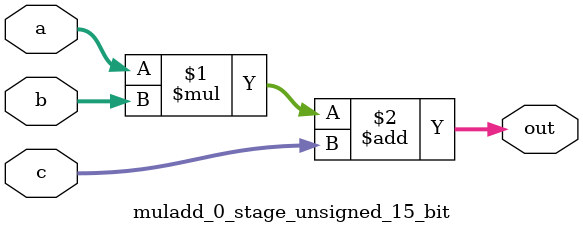
<source format=sv>
(* use_dsp = "yes" *) module muladd_0_stage_unsigned_15_bit(
	input  [14:0] a,
	input  [14:0] b,
	input  [14:0] c,
	output [14:0] out
	);

	assign out = (a * b) + c;
endmodule

</source>
